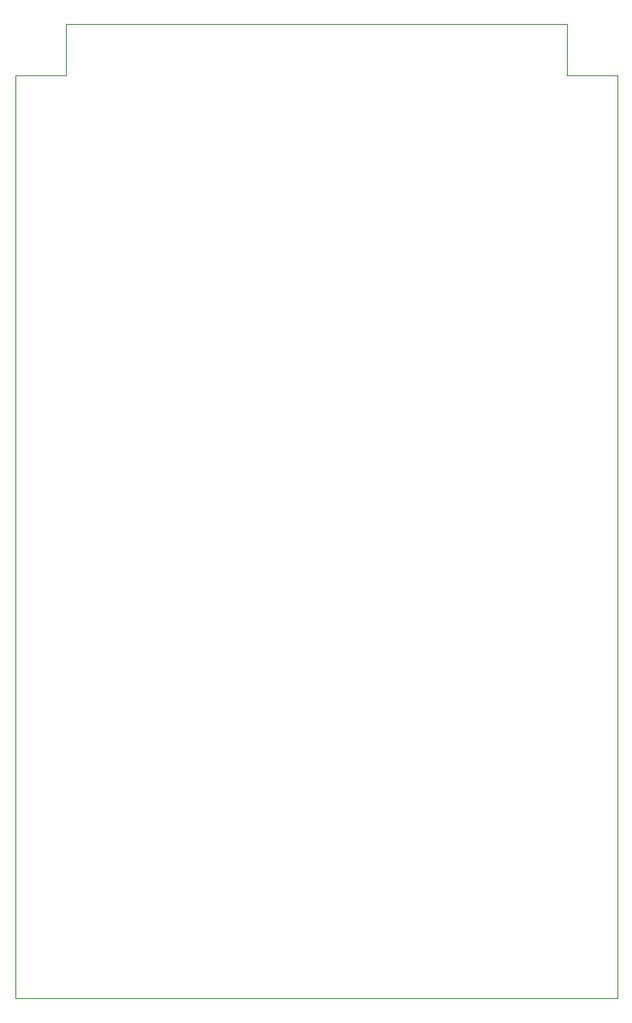
<source format=gbr>
%TF.GenerationSoftware,KiCad,Pcbnew,(5.1.7)-1*%
%TF.CreationDate,2021-10-21T20:17:55-07:00*%
%TF.ProjectId,Digital Board Rev 2,44696769-7461-46c2-9042-6f6172642052,rev?*%
%TF.SameCoordinates,Original*%
%TF.FileFunction,Profile,NP*%
%FSLAX46Y46*%
G04 Gerber Fmt 4.6, Leading zero omitted, Abs format (unit mm)*
G04 Created by KiCad (PCBNEW (5.1.7)-1) date 2021-10-21 20:17:55*
%MOMM*%
%LPD*%
G01*
G04 APERTURE LIST*
%TA.AperFunction,Profile*%
%ADD10C,0.050000*%
%TD*%
G04 APERTURE END LIST*
D10*
X177750000Y-40750000D02*
X182750000Y-40750000D01*
X177750000Y-35750000D02*
X177750000Y-40750000D01*
X128250000Y-40750000D02*
X128250000Y-35750000D01*
X123250000Y-40750000D02*
X128250000Y-40750000D01*
X182750000Y-40750000D02*
X182750000Y-132080000D01*
X128250000Y-35750000D02*
X177750000Y-35750000D01*
X123250000Y-132080000D02*
X123250000Y-40750000D01*
X182750000Y-132080000D02*
X123250000Y-132080000D01*
M02*

</source>
